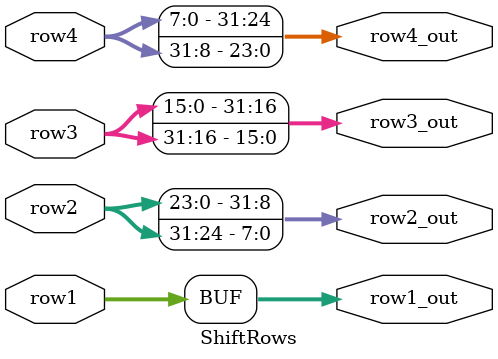
<source format=v>
`timescale 1ns / 1ps


module ShiftRows(
    input [31:0] row1,
    input [31:0] row2,
    input [31:0] row3,
    input [31:0] row4,
    output [31:0] row1_out,
    output [31:0] row2_out,
    output [31:0] row3_out,
    output [31:0] row4_out
    );
    
    assign row1_out = row1;
    assign row2_out = {row2[23:0], row2[31:24]};
    assign row3_out = {row3[15:0], row3[31:16]};
    assign row4_out = {row4[7:0], row4[31:8]};
    
endmodule

</source>
